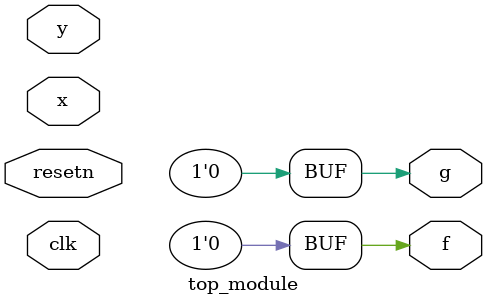
<source format=sv>
module top_module (
	input clk,
	input resetn,
	input x,
	input y,
	output f,
	output g
);

	// State enumeration
	typedef enum logic [3:0] {
		S0, S1, S10, G1, G2, P0, P1, A, B
	} state_type;
	reg state, next_state;
	
	// Output assignment
	assign f = (state == B);
	assign g = (state == G1 || state == G2 || state == P1);
	
	always_ff @(posedge clk or negedge resetn) begin
		if (!resetn)
			state <= A;
		else
			state <= next_state;
	end

	always_comb begin
		next_state = state;
		
		case (state)
			A: begin
				if (x)
					next_state = B;
				else
					next_state = S0;
			end
			
			B: begin
				next_state = S0;
			end
			
			S0: begin
				if (x)
					next_state = S1;
				else
					next_state = S0;
			end
			
			S1: begin
				if (x)
					next_state = S1;
				else
					next_state = S10;
			end
			
			S10: begin
				if (x)
					next_state = G1;
				else
					next_state = S0;
			end
			
			G1: begin
				if (y)
					next_state = P1;
				else
					next_state = G2;
			end
			
			G2: begin
				if (y)
					next_state = P1;
				else
					next_state = P0;
			end
			
			P0, P1: begin
				next_state = state;
			end
		endcase
	end
	
endmodule

</source>
